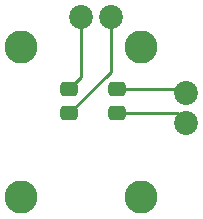
<source format=gbr>
%TF.GenerationSoftware,KiCad,Pcbnew,7.0.9*%
%TF.CreationDate,2024-10-27T03:10:17-07:00*%
%TF.ProjectId,ps4snapbackcaps,70733473-6e61-4706-9261-636b63617073,rev?*%
%TF.SameCoordinates,Original*%
%TF.FileFunction,Copper,L1,Top*%
%TF.FilePolarity,Positive*%
%FSLAX46Y46*%
G04 Gerber Fmt 4.6, Leading zero omitted, Abs format (unit mm)*
G04 Created by KiCad (PCBNEW 7.0.9) date 2024-10-27 03:10:17*
%MOMM*%
%LPD*%
G01*
G04 APERTURE LIST*
G04 Aperture macros list*
%AMRoundRect*
0 Rectangle with rounded corners*
0 $1 Rounding radius*
0 $2 $3 $4 $5 $6 $7 $8 $9 X,Y pos of 4 corners*
0 Add a 4 corners polygon primitive as box body*
4,1,4,$2,$3,$4,$5,$6,$7,$8,$9,$2,$3,0*
0 Add four circle primitives for the rounded corners*
1,1,$1+$1,$2,$3*
1,1,$1+$1,$4,$5*
1,1,$1+$1,$6,$7*
1,1,$1+$1,$8,$9*
0 Add four rect primitives between the rounded corners*
20,1,$1+$1,$2,$3,$4,$5,0*
20,1,$1+$1,$4,$5,$6,$7,0*
20,1,$1+$1,$6,$7,$8,$9,0*
20,1,$1+$1,$8,$9,$2,$3,0*%
G04 Aperture macros list end*
%TA.AperFunction,SMDPad,CuDef*%
%ADD10RoundRect,0.250000X-0.475000X0.337500X-0.475000X-0.337500X0.475000X-0.337500X0.475000X0.337500X0*%
%TD*%
%TA.AperFunction,SMDPad,CuDef*%
%ADD11RoundRect,0.250000X0.475000X-0.337500X0.475000X0.337500X-0.475000X0.337500X-0.475000X-0.337500X0*%
%TD*%
%TA.AperFunction,CastellatedPad*%
%ADD12C,2.028000*%
%TD*%
%TA.AperFunction,CastellatedPad*%
%ADD13C,2.786000*%
%TD*%
%TA.AperFunction,Conductor*%
%ADD14C,0.250000*%
%TD*%
G04 APERTURE END LIST*
D10*
%TO.P,C1,1*%
%TO.N,Net-(U1-V)*%
X83996667Y-71162500D03*
%TO.P,C1,2*%
%TO.N,Net-(U1-V-)*%
X83996667Y-73237500D03*
%TD*%
D11*
%TO.P,C2,1*%
%TO.N,Net-(U1-H)*%
X88000000Y-73237500D03*
%TO.P,C2,2*%
%TO.N,Net-(U1-H-)*%
X88000000Y-71162500D03*
%TD*%
D12*
%TO.P,U1,H2,H*%
%TO.N,Net-(U1-H)*%
X93895200Y-74015000D03*
%TO.P,U1,H3,H-*%
%TO.N,Net-(U1-H-)*%
X93875200Y-71475000D03*
D13*
%TO.P,U1,S,SHIELD*%
%TO.N,unconnected-(U1-SHIELD-PadS)*%
X90065200Y-67650000D03*
X79935200Y-67650000D03*
X90080000Y-80350000D03*
X79920000Y-80350000D03*
D12*
%TO.P,U1,V2,V*%
%TO.N,Net-(U1-V)*%
X84985200Y-65095000D03*
%TO.P,U1,V3,V-*%
%TO.N,Net-(U1-V-)*%
X87525200Y-65095000D03*
%TD*%
D14*
%TO.N,Net-(U1-V)*%
X84985200Y-70173967D02*
X83996667Y-71162500D01*
X84985200Y-65095000D02*
X84985200Y-70173967D01*
%TO.N,Net-(U1-V-)*%
X83996667Y-73237500D02*
X87525200Y-69708967D01*
X87525200Y-69708967D02*
X87525200Y-65301976D01*
%TO.N,Net-(U1-H)*%
X93117700Y-73237500D02*
X93772371Y-73892171D01*
X88000000Y-73237500D02*
X93117700Y-73237500D01*
%TO.N,Net-(U1-H-)*%
X88000000Y-71162500D02*
X93360724Y-71162500D01*
X93360724Y-71162500D02*
X93673224Y-71475000D01*
%TD*%
M02*

</source>
